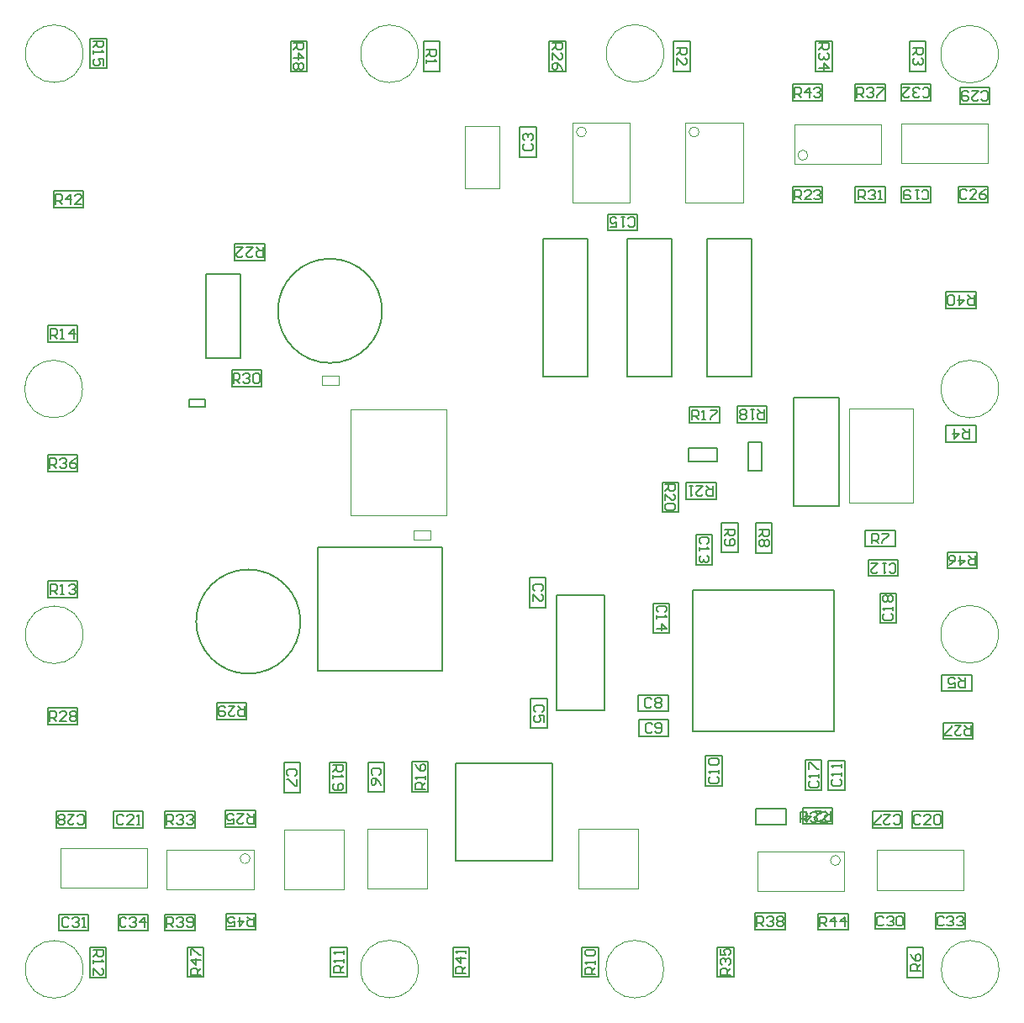
<source format=gbr>
G04*
G04 #@! TF.GenerationSoftware,Altium Limited,Altium Designer,25.5.2 (35)*
G04*
G04 Layer_Color=16711935*
%FSLAX25Y25*%
%MOIN*%
G70*
G04*
G04 #@! TF.SameCoordinates,5858FFA7-226C-4CE8-8668-B70CF27CC624*
G04*
G04*
G04 #@! TF.FilePolarity,Positive*
G04*
G01*
G75*
%ADD12C,0.00591*%
%ADD15C,0.00787*%
%ADD114C,0.00394*%
%ADD115C,0.00689*%
D12*
X112894Y153248D02*
G03*
X112894Y153248I-20669J0D01*
G01*
X145276Y276476D02*
G03*
X145276Y276476I-20669J0D01*
G01*
X311217Y73681D02*
Y77617D01*
X313184D01*
X313841Y76961D01*
Y75649D01*
X313184Y74993D01*
X311217D01*
X312529D02*
X313841Y73681D01*
X315152Y76961D02*
X315808Y77617D01*
X317120D01*
X317776Y76961D01*
Y76305D01*
X317120Y75649D01*
X316464D01*
X317120D01*
X317776Y74993D01*
Y74337D01*
X317120Y73681D01*
X315808D01*
X315152Y74337D01*
X321712Y73681D02*
X319088D01*
X321712Y76305D01*
Y76961D01*
X321056Y77617D01*
X319744D01*
X319088Y76961D01*
X94519Y36220D02*
Y32284D01*
X92551D01*
X91896Y32940D01*
Y34252D01*
X92551Y34908D01*
X94519D01*
X93207D02*
X91896Y36220D01*
X88616D02*
Y32284D01*
X90584Y34252D01*
X87960D01*
X84024Y32284D02*
X86648D01*
Y34252D01*
X85336Y33596D01*
X84680D01*
X84024Y34252D01*
Y35564D01*
X84680Y36220D01*
X85992D01*
X86648Y35564D01*
X130117Y14043D02*
X126182D01*
Y16011D01*
X126838Y16667D01*
X128150D01*
X128806Y16011D01*
Y14043D01*
Y15355D02*
X130117Y16667D01*
Y17979D02*
Y19291D01*
Y18635D01*
X126182D01*
X126838Y17979D01*
X130117Y21259D02*
Y22571D01*
Y21915D01*
X126182D01*
X126838Y21259D01*
X178543Y13715D02*
X174607D01*
Y15683D01*
X175263Y16339D01*
X176575D01*
X177231Y15683D01*
Y13715D01*
Y15027D02*
X178543Y16339D01*
Y19619D02*
X174607D01*
X176575Y17651D01*
Y20275D01*
X178543Y21587D02*
Y22899D01*
Y22243D01*
X174607D01*
X175263Y21587D01*
X73326Y13059D02*
X69390D01*
Y15027D01*
X70046Y15683D01*
X71358D01*
X72014Y15027D01*
Y13059D01*
Y14371D02*
X73326Y15683D01*
Y18963D02*
X69390D01*
X71358Y16995D01*
Y19619D01*
X69390Y20931D02*
Y23555D01*
X70046D01*
X72670Y20931D01*
X73326D01*
X283464Y13059D02*
X279528D01*
Y15027D01*
X280184Y15683D01*
X281496D01*
X282152Y15027D01*
Y13059D01*
Y14371D02*
X283464Y15683D01*
X280184Y16995D02*
X279528Y17651D01*
Y18963D01*
X280184Y19619D01*
X280840D01*
X281496Y18963D01*
Y18307D01*
Y18963D01*
X282152Y19619D01*
X282808D01*
X283464Y18963D01*
Y17651D01*
X282808Y16995D01*
X279528Y23555D02*
Y20931D01*
X281496D01*
X280840Y22243D01*
Y22899D01*
X281496Y23555D01*
X282808D01*
X283464Y22899D01*
Y21587D01*
X282808Y20931D01*
X30709Y23030D02*
X34645D01*
Y21062D01*
X33989Y20406D01*
X32677D01*
X32021Y21062D01*
Y23030D01*
Y21718D02*
X30709Y20406D01*
Y19094D02*
Y17782D01*
Y18438D01*
X34645D01*
X33989Y19094D01*
X30709Y13191D02*
Y15814D01*
X33333Y13191D01*
X33989D01*
X34645Y13847D01*
Y15158D01*
X33989Y15814D01*
X229822Y13387D02*
X225887D01*
Y15355D01*
X226542Y16011D01*
X227854D01*
X228510Y15355D01*
Y13387D01*
Y14699D02*
X229822Y16011D01*
Y17323D02*
Y18635D01*
Y17979D01*
X225887D01*
X226542Y17323D01*
Y20603D02*
X225887Y21259D01*
Y22571D01*
X226542Y23227D01*
X229166D01*
X229822Y22571D01*
Y21259D01*
X229166Y20603D01*
X226542D01*
X59910Y72835D02*
Y76771D01*
X61878D01*
X62534Y76115D01*
Y74803D01*
X61878Y74147D01*
X59910D01*
X61222D02*
X62534Y72835D01*
X63846Y76115D02*
X64502Y76771D01*
X65813D01*
X66469Y76115D01*
Y75459D01*
X65813Y74803D01*
X65158D01*
X65813D01*
X66469Y74147D01*
Y73491D01*
X65813Y72835D01*
X64502D01*
X63846Y73491D01*
X67781Y76115D02*
X68437Y76771D01*
X69749D01*
X70405Y76115D01*
Y75459D01*
X69749Y74803D01*
X69093D01*
X69749D01*
X70405Y74147D01*
Y73491D01*
X69749Y72835D01*
X68437D01*
X67781Y73491D01*
X59910Y31989D02*
Y35925D01*
X61878D01*
X62534Y35269D01*
Y33957D01*
X61878Y33301D01*
X59910D01*
X61222D02*
X62534Y31989D01*
X63846Y35269D02*
X64502Y35925D01*
X65813D01*
X66469Y35269D01*
Y34613D01*
X65813Y33957D01*
X65158D01*
X65813D01*
X66469Y33301D01*
Y32645D01*
X65813Y31989D01*
X64502D01*
X63846Y32645D01*
X67781D02*
X68437Y31989D01*
X69749D01*
X70405Y32645D01*
Y35269D01*
X69749Y35925D01*
X68437D01*
X67781Y35269D01*
Y34613D01*
X68437Y33957D01*
X70405D01*
X257579Y207807D02*
X261515D01*
Y205839D01*
X260859Y205183D01*
X259547D01*
X258891Y205839D01*
Y207807D01*
Y206495D02*
X257579Y205183D01*
Y201247D02*
Y203871D01*
X260203Y201247D01*
X260859D01*
X261515Y201903D01*
Y203215D01*
X260859Y203871D01*
Y199935D02*
X261515Y199279D01*
Y197967D01*
X260859Y197311D01*
X258235D01*
X257579Y197967D01*
Y199279D01*
X258235Y199935D01*
X260859D01*
X276344Y207086D02*
Y203150D01*
X274376D01*
X273720Y203806D01*
Y205118D01*
X274376Y205774D01*
X276344D01*
X275032D02*
X273720Y207086D01*
X269784D02*
X272408D01*
X269784Y204462D01*
Y203806D01*
X270440Y203150D01*
X271752D01*
X272408Y203806D01*
X268472Y207086D02*
X267160D01*
X267816D01*
Y203150D01*
X268472Y203806D01*
X296849Y237302D02*
Y233367D01*
X294881D01*
X294225Y234023D01*
Y235335D01*
X294881Y235991D01*
X296849D01*
X295537D02*
X294225Y237302D01*
X292913D02*
X291601D01*
X292257D01*
Y233367D01*
X292913Y234023D01*
X289633D02*
X288977Y233367D01*
X287665D01*
X287010Y234023D01*
Y234679D01*
X287665Y235335D01*
X287010Y235991D01*
Y236647D01*
X287665Y237302D01*
X288977D01*
X289633Y236647D01*
Y235991D01*
X288977Y235335D01*
X289633Y234679D01*
Y234023D01*
X288977Y235335D02*
X287665D01*
X333532Y361123D02*
Y365058D01*
X335500D01*
X336156Y364403D01*
Y363090D01*
X335500Y362435D01*
X333532D01*
X334844D02*
X336156Y361123D01*
X337468Y364403D02*
X338124Y365058D01*
X339436D01*
X340091Y364403D01*
Y363747D01*
X339436Y363090D01*
X338779D01*
X339436D01*
X340091Y362435D01*
Y361779D01*
X339436Y361123D01*
X338124D01*
X337468Y361779D01*
X341403Y365058D02*
X344027D01*
Y364403D01*
X341403Y361779D01*
Y361123D01*
X359612Y361779D02*
X360268Y361123D01*
X361580D01*
X362236Y361779D01*
Y364403D01*
X361580Y365058D01*
X360268D01*
X359612Y364403D01*
X358300Y361779D02*
X357644Y361123D01*
X356332D01*
X355676Y361779D01*
Y362435D01*
X356332Y363090D01*
X356988D01*
X356332D01*
X355676Y363747D01*
Y364403D01*
X356332Y365058D01*
X357644D01*
X358300Y364403D01*
X351741Y365058D02*
X354364D01*
X351741Y362435D01*
Y361779D01*
X352396Y361123D01*
X353708D01*
X354364Y361779D01*
X334188Y320571D02*
Y324507D01*
X336156D01*
X336812Y323851D01*
Y322539D01*
X336156Y321883D01*
X334188D01*
X335500D02*
X336812Y320571D01*
X338124Y323851D02*
X338779Y324507D01*
X340091D01*
X340747Y323851D01*
Y323195D01*
X340091Y322539D01*
X339436D01*
X340091D01*
X340747Y321883D01*
Y321228D01*
X340091Y320571D01*
X338779D01*
X338124Y321228D01*
X342059Y320571D02*
X343371D01*
X342715D01*
Y324507D01*
X342059Y323851D01*
X308729Y320571D02*
Y324507D01*
X310697D01*
X311353Y323851D01*
Y322539D01*
X310697Y321883D01*
X308729D01*
X310041D02*
X311353Y320571D01*
X315288D02*
X312665D01*
X315288Y323195D01*
Y323851D01*
X314632Y324507D01*
X313320D01*
X312665Y323851D01*
X316600D02*
X317256Y324507D01*
X318568D01*
X319224Y323851D01*
Y323195D01*
X318568Y322539D01*
X317912D01*
X318568D01*
X319224Y321883D01*
Y321228D01*
X318568Y320571D01*
X317256D01*
X316600Y321228D01*
X308729Y361123D02*
Y365058D01*
X310697D01*
X311353Y364403D01*
Y363090D01*
X310697Y362435D01*
X308729D01*
X310041D02*
X311353Y361123D01*
X314632D02*
Y365058D01*
X312665Y363090D01*
X315288D01*
X316600Y364403D02*
X317256Y365058D01*
X318568D01*
X319224Y364403D01*
Y363747D01*
X318568Y363090D01*
X317912D01*
X318568D01*
X319224Y362435D01*
Y361779D01*
X318568Y361123D01*
X317256D01*
X316600Y361779D01*
X339535Y184253D02*
Y188188D01*
X341503D01*
X342159Y187532D01*
Y186221D01*
X341503Y185564D01*
X339535D01*
X340847D02*
X342159Y184253D01*
X343471Y188188D02*
X346095D01*
Y187532D01*
X343471Y184909D01*
Y184253D01*
X323259Y78135D02*
Y74199D01*
X321292D01*
X320636Y74855D01*
Y76167D01*
X321292Y76823D01*
X323259D01*
X321948D02*
X320636Y78135D01*
X316700D02*
X319324D01*
X316700Y75511D01*
Y74855D01*
X317356Y74199D01*
X318668D01*
X319324Y74855D01*
X313420Y78135D02*
Y74199D01*
X315388Y76167D01*
X312764D01*
X268210Y233268D02*
Y237204D01*
X270178D01*
X270834Y236548D01*
Y235236D01*
X270178Y234580D01*
X268210D01*
X269522D02*
X270834Y233268D01*
X272146D02*
X273458D01*
X272802D01*
Y237204D01*
X272146Y236548D01*
X275426Y237204D02*
X278050D01*
Y236548D01*
X275426Y233924D01*
Y233268D01*
X201838Y342750D02*
X201182Y342094D01*
Y340782D01*
X201838Y340126D01*
X204462D01*
X205118Y340782D01*
Y342094D01*
X204462Y342750D01*
X201838Y344061D02*
X201182Y344717D01*
Y346029D01*
X201838Y346685D01*
X202494D01*
X203150Y346029D01*
Y345373D01*
Y346029D01*
X203806Y346685D01*
X204462D01*
X205118Y346029D01*
Y344717D01*
X204462Y344061D01*
X281201Y189894D02*
X285137D01*
Y187926D01*
X284481Y187270D01*
X283169D01*
X282513Y187926D01*
Y189894D01*
Y188582D02*
X281201Y187270D01*
X281857Y185958D02*
X281201Y185302D01*
Y183990D01*
X281857Y183334D01*
X284481D01*
X285137Y183990D01*
Y185302D01*
X284481Y185958D01*
X283825D01*
X283169Y185302D01*
Y183334D01*
X262107Y380642D02*
X266043D01*
Y378674D01*
X265387Y378018D01*
X264075D01*
X263419Y378674D01*
Y380642D01*
Y379330D02*
X262107Y378018D01*
Y374082D02*
Y376706D01*
X264731Y374082D01*
X265387D01*
X266043Y374738D01*
Y376050D01*
X265387Y376706D01*
X355709Y380642D02*
X359645D01*
Y378674D01*
X358989Y378018D01*
X357677D01*
X357021Y378674D01*
Y380642D01*
Y379330D02*
X355709Y378018D01*
X358989Y376706D02*
X359645Y376050D01*
Y374738D01*
X358989Y374082D01*
X358333D01*
X357677Y374738D01*
Y375394D01*
Y374738D01*
X357021Y374082D01*
X356365D01*
X355709Y374738D01*
Y376050D01*
X356365Y376706D01*
X378083Y229625D02*
Y225690D01*
X376115D01*
X375459Y226346D01*
Y227658D01*
X376115Y228313D01*
X378083D01*
X376771D02*
X375459Y229625D01*
X372179D02*
Y225690D01*
X374147Y227658D01*
X371523D01*
X43931Y35269D02*
X43275Y35925D01*
X41963D01*
X41308Y35269D01*
Y32645D01*
X41963Y31989D01*
X43275D01*
X43931Y32645D01*
X45243Y35269D02*
X45899Y35925D01*
X47211D01*
X47867Y35269D01*
Y34613D01*
X47211Y33957D01*
X46555D01*
X47211D01*
X47867Y33301D01*
Y32645D01*
X47211Y31989D01*
X45899D01*
X45243Y32645D01*
X51147Y31989D02*
Y35925D01*
X49179Y33957D01*
X51803D01*
X42717Y76115D02*
X42061Y76771D01*
X40749D01*
X40093Y76115D01*
Y73491D01*
X40749Y72835D01*
X42061D01*
X42717Y73491D01*
X46653Y72835D02*
X44029D01*
X46653Y75459D01*
Y76115D01*
X45997Y76771D01*
X44685D01*
X44029Y76115D01*
X47965Y72835D02*
X49277D01*
X48621D01*
Y76771D01*
X47965Y76115D01*
X24573Y73491D02*
X25229Y72835D01*
X26540D01*
X27196Y73491D01*
Y76115D01*
X26540Y76771D01*
X25229D01*
X24573Y76115D01*
X20637Y76771D02*
X23261D01*
X20637Y74147D01*
Y73491D01*
X21293Y72835D01*
X22605D01*
X23261Y73491D01*
X19325D02*
X18669Y72835D01*
X17357D01*
X16701Y73491D01*
Y74147D01*
X17357Y74803D01*
X16701Y75459D01*
Y76115D01*
X17357Y76771D01*
X18669D01*
X19325Y76115D01*
Y75459D01*
X18669Y74803D01*
X19325Y74147D01*
Y73491D01*
X18669Y74803D02*
X17357D01*
X21064Y35269D02*
X20408Y35925D01*
X19096D01*
X18440Y35269D01*
Y32645D01*
X19096Y31989D01*
X20408D01*
X21064Y32645D01*
X22376Y35269D02*
X23031Y35925D01*
X24343D01*
X24999Y35269D01*
Y34613D01*
X24343Y33957D01*
X23687D01*
X24343D01*
X24999Y33301D01*
Y32645D01*
X24343Y31989D01*
X23031D01*
X22376Y32645D01*
X26311Y31989D02*
X27623D01*
X26967D01*
Y35925D01*
X26311Y35269D01*
X13781Y164075D02*
Y168011D01*
X15749D01*
X16405Y167355D01*
Y166043D01*
X15749Y165387D01*
X13781D01*
X15093D02*
X16405Y164075D01*
X17717D02*
X19029D01*
X18373D01*
Y168011D01*
X17717Y167355D01*
X20997D02*
X21653Y168011D01*
X22964D01*
X23620Y167355D01*
Y166699D01*
X22964Y166043D01*
X22309D01*
X22964D01*
X23620Y165387D01*
Y164731D01*
X22964Y164075D01*
X21653D01*
X20997Y164731D01*
X13781Y265355D02*
Y269291D01*
X15749D01*
X16405Y268635D01*
Y267323D01*
X15749Y266667D01*
X13781D01*
X15093D02*
X16405Y265355D01*
X17717D02*
X19029D01*
X18373D01*
Y269291D01*
X17717Y268635D01*
X22964Y265355D02*
Y269291D01*
X20997Y267323D01*
X23620D01*
X30808Y383561D02*
X34743D01*
Y381593D01*
X34087Y380938D01*
X32776D01*
X32120Y381593D01*
Y383561D01*
Y382249D02*
X30808Y380938D01*
Y379626D02*
Y378314D01*
Y378970D01*
X34743D01*
X34087Y379626D01*
X34743Y373722D02*
Y376346D01*
X32776D01*
X33432Y375034D01*
Y374378D01*
X32776Y373722D01*
X31464D01*
X30808Y374378D01*
Y375690D01*
X31464Y376346D01*
X358661Y14830D02*
X354725D01*
Y16798D01*
X355381Y17454D01*
X356693D01*
X357349Y16798D01*
Y14830D01*
Y16142D02*
X358661Y17454D01*
X354725Y21390D02*
X355381Y20078D01*
X356693Y18766D01*
X358005D01*
X358661Y19422D01*
Y20734D01*
X358005Y21390D01*
X357349D01*
X356693Y20734D01*
Y18766D01*
X376410Y130905D02*
Y126969D01*
X374442D01*
X373786Y127625D01*
Y128937D01*
X374442Y129593D01*
X376410D01*
X375098D02*
X373786Y130905D01*
X369850Y126969D02*
X372474D01*
Y128937D01*
X371162Y128281D01*
X370506D01*
X369850Y128937D01*
Y130249D01*
X370506Y130905D01*
X371818D01*
X372474Y130249D01*
X348195Y73491D02*
X348851Y72835D01*
X350163D01*
X350818Y73491D01*
Y76115D01*
X350163Y76771D01*
X348851D01*
X348195Y76115D01*
X344259Y76771D02*
X346883D01*
X344259Y74147D01*
Y73491D01*
X344915Y72835D01*
X346227D01*
X346883Y73491D01*
X342947Y72835D02*
X340323D01*
Y73491D01*
X342947Y76115D01*
Y76771D01*
X367947Y35859D02*
X367291Y36515D01*
X365979D01*
X365323Y35859D01*
Y33235D01*
X365979Y32579D01*
X367291D01*
X367947Y33235D01*
X369259Y35859D02*
X369915Y36515D01*
X371227D01*
X371883Y35859D01*
Y35203D01*
X371227Y34547D01*
X370571D01*
X371227D01*
X371883Y33891D01*
Y33235D01*
X371227Y32579D01*
X369915D01*
X369259Y33235D01*
X373195Y35859D02*
X373851Y36515D01*
X375163D01*
X375818Y35859D01*
Y35203D01*
X375163Y34547D01*
X374507D01*
X375163D01*
X375818Y33891D01*
Y33235D01*
X375163Y32579D01*
X373851D01*
X373195Y33235D01*
X344030Y35859D02*
X343374Y36515D01*
X342062D01*
X341406Y35859D01*
Y33235D01*
X342062Y32579D01*
X343374D01*
X344030Y33235D01*
X345342Y35859D02*
X345998Y36515D01*
X347309D01*
X347966Y35859D01*
Y35203D01*
X347309Y34547D01*
X346654D01*
X347309D01*
X347966Y33891D01*
Y33235D01*
X347309Y32579D01*
X345998D01*
X345342Y33235D01*
X349277Y35859D02*
X349933Y36515D01*
X351245D01*
X351901Y35859D01*
Y33235D01*
X351245Y32579D01*
X349933D01*
X349277Y33235D01*
Y35859D01*
X358892Y76115D02*
X358236Y76771D01*
X356924D01*
X356268Y76115D01*
Y73491D01*
X356924Y72835D01*
X358236D01*
X358892Y73491D01*
X362828Y72835D02*
X360204D01*
X362828Y75459D01*
Y76115D01*
X362172Y76771D01*
X360860D01*
X360204Y76115D01*
X364140D02*
X364795Y76771D01*
X366108D01*
X366763Y76115D01*
Y73491D01*
X366108Y72835D01*
X364795D01*
X364140Y73491D01*
Y76115D01*
X275460Y91799D02*
X274804Y91143D01*
Y89831D01*
X275460Y89175D01*
X278084D01*
X278740Y89831D01*
Y91143D01*
X278084Y91799D01*
X278740Y93111D02*
Y94423D01*
Y93766D01*
X274804D01*
X275460Y93111D01*
Y96390D02*
X274804Y97046D01*
Y98358D01*
X275460Y99014D01*
X278084D01*
X278740Y98358D01*
Y97046D01*
X278084Y96390D01*
X275460D01*
X274245Y183989D02*
X274901Y184645D01*
Y185957D01*
X274245Y186613D01*
X271621D01*
X270965Y185957D01*
Y184645D01*
X271621Y183989D01*
X270965Y182677D02*
Y181365D01*
Y182021D01*
X274901D01*
X274245Y182677D01*
Y179397D02*
X274901Y178741D01*
Y177429D01*
X274245Y176773D01*
X273589D01*
X272933Y177429D01*
Y178085D01*
Y177429D01*
X272277Y176773D01*
X271621D01*
X270965Y177429D01*
Y178741D01*
X271621Y179397D01*
X315027Y90125D02*
X314371Y89469D01*
Y88158D01*
X315027Y87502D01*
X317651D01*
X318306Y88158D01*
Y89469D01*
X317651Y90125D01*
X318306Y91437D02*
Y92749D01*
Y92093D01*
X314371D01*
X315027Y91437D01*
X314371Y94717D02*
Y97341D01*
X315027D01*
X317651Y94717D01*
X318306D01*
X346292Y173196D02*
X346948Y172540D01*
X348260D01*
X348916Y173196D01*
Y175820D01*
X348260Y176476D01*
X346948D01*
X346292Y175820D01*
X344980Y176476D02*
X343668D01*
X344324D01*
Y172540D01*
X344980Y173196D01*
X339076Y176476D02*
X341700D01*
X339076Y173852D01*
Y173196D01*
X339732Y172540D01*
X341044D01*
X341700Y173196D01*
X324180Y90683D02*
X323524Y90027D01*
Y88715D01*
X324180Y88059D01*
X326804D01*
X327460Y88715D01*
Y90027D01*
X326804Y90683D01*
X327460Y91995D02*
Y93307D01*
Y92651D01*
X323524D01*
X324180Y91995D01*
X327460Y95275D02*
Y96587D01*
Y95931D01*
X323524D01*
X324180Y95275D01*
X344554Y156366D02*
X343898Y155710D01*
Y154398D01*
X344554Y153742D01*
X347178D01*
X347834Y154398D01*
Y155710D01*
X347178Y156366D01*
X347834Y157677D02*
Y158989D01*
Y158333D01*
X343898D01*
X344554Y157677D01*
Y160957D02*
X343898Y161613D01*
Y162925D01*
X344554Y163581D01*
X345210D01*
X345866Y162925D01*
X346522Y163581D01*
X347178D01*
X347834Y162925D01*
Y161613D01*
X347178Y160957D01*
X346522D01*
X345866Y161613D01*
X345210Y160957D01*
X344554D01*
X345866Y161613D02*
Y162925D01*
X294686Y189697D02*
X298621D01*
Y187729D01*
X297966Y187073D01*
X296654D01*
X295998Y187729D01*
Y189697D01*
Y188385D02*
X294686Y187073D01*
X297966Y185761D02*
X298621Y185105D01*
Y183793D01*
X297966Y183138D01*
X297309D01*
X296654Y183793D01*
X295998Y183138D01*
X295342D01*
X294686Y183793D01*
Y185105D01*
X295342Y185761D01*
X295998D01*
X296654Y185105D01*
X297309Y185761D01*
X297966D01*
X296654Y185105D02*
Y183793D01*
X257316Y156922D02*
X257972Y157578D01*
Y158890D01*
X257316Y159546D01*
X254692D01*
X254036Y158890D01*
Y157578D01*
X254692Y156922D01*
X254036Y155610D02*
Y154298D01*
Y154954D01*
X257972D01*
X257316Y155610D01*
X254036Y150362D02*
X257972D01*
X256004Y152330D01*
Y149706D01*
X252297Y112336D02*
X251641Y112991D01*
X250329D01*
X249673Y112336D01*
Y109712D01*
X250329Y109056D01*
X251641D01*
X252297Y109712D01*
X253609D02*
X254265Y109056D01*
X255577D01*
X256233Y109712D01*
Y112336D01*
X255577Y112991D01*
X254265D01*
X253609Y112336D01*
Y111680D01*
X254265Y111024D01*
X256233D01*
X252100Y122276D02*
X251444Y122932D01*
X250132D01*
X249476Y122276D01*
Y119653D01*
X250132Y118997D01*
X251444D01*
X252100Y119653D01*
X253412Y122276D02*
X254068Y122932D01*
X255380D01*
X256036Y122276D01*
Y121621D01*
X255380Y120965D01*
X256036Y120309D01*
Y119653D01*
X255380Y118997D01*
X254068D01*
X253412Y119653D01*
Y120309D01*
X254068Y120965D01*
X253412Y121621D01*
Y122276D01*
X254068Y120965D02*
X255380D01*
X318505Y382610D02*
X322440D01*
Y380642D01*
X321784Y379986D01*
X320472D01*
X319816Y380642D01*
Y382610D01*
Y381298D02*
X318505Y379986D01*
X321784Y378674D02*
X322440Y378018D01*
Y376706D01*
X321784Y376050D01*
X321128D01*
X320472Y376706D01*
Y377362D01*
Y376706D01*
X319816Y376050D01*
X319161D01*
X318505Y376706D01*
Y378018D01*
X319161Y378674D01*
X318505Y372771D02*
X322440D01*
X320472Y374738D01*
Y372114D01*
X13453Y113780D02*
Y117716D01*
X15421D01*
X16077Y117060D01*
Y115748D01*
X15421Y115092D01*
X13453D01*
X14765D02*
X16077Y113780D01*
X20013D02*
X17389D01*
X20013Y116404D01*
Y117060D01*
X19357Y117716D01*
X18045D01*
X17389Y117060D01*
X21325D02*
X21981Y117716D01*
X23292D01*
X23948Y117060D01*
Y116404D01*
X23292Y115748D01*
X23948Y115092D01*
Y114436D01*
X23292Y113780D01*
X21981D01*
X21325Y114436D01*
Y115092D01*
X21981Y115748D01*
X21325Y116404D01*
Y117060D01*
X21981Y115748D02*
X23292D01*
X212796Y382610D02*
X216732D01*
Y380642D01*
X216076Y379986D01*
X214764D01*
X214108Y380642D01*
Y382610D01*
Y381298D02*
X212796Y379986D01*
Y376050D02*
Y378674D01*
X215420Y376050D01*
X216076D01*
X216732Y376706D01*
Y378018D01*
X216076Y378674D01*
X216732Y372114D02*
X216076Y373426D01*
X214764Y374738D01*
X213452D01*
X212796Y374082D01*
Y372771D01*
X213452Y372114D01*
X214108D01*
X214764Y372771D01*
Y374738D01*
X110237Y382610D02*
X114173D01*
Y380642D01*
X113517Y379986D01*
X112205D01*
X111549Y380642D01*
Y382610D01*
Y381298D02*
X110237Y379986D01*
Y376706D02*
X114173D01*
X112205Y378674D01*
Y376050D01*
X113517Y374738D02*
X114173Y374082D01*
Y372771D01*
X113517Y372114D01*
X112861D01*
X112205Y372771D01*
X111549Y372114D01*
X110893D01*
X110237Y372771D01*
Y374082D01*
X110893Y374738D01*
X111549D01*
X112205Y374082D01*
X112861Y374738D01*
X113517D01*
X112205Y374082D02*
Y372771D01*
X380445Y179527D02*
Y175591D01*
X378477D01*
X377821Y176247D01*
Y177559D01*
X378477Y178215D01*
X380445D01*
X379133D02*
X377821Y179527D01*
X374541D02*
Y175591D01*
X376509Y177559D01*
X373885D01*
X369949Y175591D02*
X371261Y176247D01*
X372573Y177559D01*
Y178871D01*
X371917Y179527D01*
X370605D01*
X369949Y178871D01*
Y178215D01*
X370605Y177559D01*
X372573D01*
X98063Y301771D02*
Y297835D01*
X96095D01*
X95439Y298491D01*
Y299803D01*
X96095Y300459D01*
X98063D01*
X96751D02*
X95439Y301771D01*
X91503D02*
X94127D01*
X91503Y299147D01*
Y298491D01*
X92159Y297835D01*
X93471D01*
X94127Y298491D01*
X87567Y301771D02*
X90191D01*
X87567Y299147D01*
Y298491D01*
X88223Y297835D01*
X89535D01*
X90191Y298491D01*
X86288Y247737D02*
Y251673D01*
X88256D01*
X88912Y251017D01*
Y249705D01*
X88256Y249049D01*
X86288D01*
X87600D02*
X88912Y247737D01*
X90223Y251017D02*
X90879Y251673D01*
X92191D01*
X92847Y251017D01*
Y250361D01*
X92191Y249705D01*
X91535D01*
X92191D01*
X92847Y249049D01*
Y248393D01*
X92191Y247737D01*
X90879D01*
X90223Y248393D01*
X94159Y251017D02*
X94815Y251673D01*
X96127D01*
X96783Y251017D01*
Y248393D01*
X96127Y247737D01*
X94815D01*
X94159Y248393D01*
Y251017D01*
X162894Y379986D02*
X166830D01*
Y378018D01*
X166174Y377362D01*
X164862D01*
X164206Y378018D01*
Y379986D01*
Y378674D02*
X162894Y377362D01*
Y376050D02*
Y374738D01*
Y375394D01*
X166830D01*
X166174Y376050D01*
X208300Y165420D02*
X208956Y166076D01*
Y167388D01*
X208300Y168044D01*
X205676D01*
X205020Y167388D01*
Y166076D01*
X205676Y165420D01*
X205020Y161484D02*
Y164108D01*
X207644Y161484D01*
X208300D01*
X208956Y162140D01*
Y163452D01*
X208300Y164108D01*
X208792Y117487D02*
X209448Y118143D01*
Y119455D01*
X208792Y120110D01*
X206168D01*
X205512Y119455D01*
Y118143D01*
X206168Y117487D01*
X209448Y113551D02*
Y116175D01*
X207480D01*
X208136Y114863D01*
Y114207D01*
X207480Y113551D01*
X206168D01*
X205512Y114207D01*
Y115519D01*
X206168Y116175D01*
X162302Y86813D02*
X158367D01*
Y88780D01*
X159023Y89436D01*
X160335D01*
X160991Y88780D01*
Y86813D01*
Y88125D02*
X162302Y89436D01*
Y90748D02*
Y92060D01*
Y91404D01*
X158367D01*
X159023Y90748D01*
X158367Y96652D02*
X159023Y95340D01*
X160335Y94028D01*
X161647D01*
X162302Y94684D01*
Y95996D01*
X161647Y96652D01*
X160991D01*
X160335Y95996D01*
Y94028D01*
X144225Y92290D02*
X144881Y92946D01*
Y94258D01*
X144225Y94914D01*
X141602D01*
X140945Y94258D01*
Y92946D01*
X141602Y92290D01*
X144881Y88354D02*
X144225Y89666D01*
X142913Y90978D01*
X141602D01*
X140945Y90322D01*
Y89010D01*
X141602Y88354D01*
X142257D01*
X142913Y89010D01*
Y90978D01*
X110859Y91995D02*
X111515Y92651D01*
Y93962D01*
X110859Y94618D01*
X108235D01*
X107579Y93962D01*
Y92651D01*
X108235Y91995D01*
X111515Y90683D02*
Y88059D01*
X110859D01*
X108235Y90683D01*
X107579D01*
X125788Y96258D02*
X129724D01*
Y94290D01*
X129068Y93634D01*
X127756D01*
X127100Y94290D01*
Y96258D01*
Y94946D02*
X125788Y93634D01*
Y92322D02*
Y91011D01*
Y91667D01*
X129724D01*
X129068Y92322D01*
X126444Y89043D02*
X125788Y88387D01*
Y87075D01*
X126444Y86419D01*
X129068D01*
X129724Y87075D01*
Y88387D01*
X129068Y89043D01*
X128412D01*
X127756Y88387D01*
Y86419D01*
X242847Y310302D02*
X243503Y309646D01*
X244815D01*
X245471Y310302D01*
Y312926D01*
X244815Y313582D01*
X243503D01*
X242847Y312926D01*
X241535Y313582D02*
X240223D01*
X240879D01*
Y309646D01*
X241535Y310302D01*
X235631Y309646D02*
X238255D01*
Y311614D01*
X236943Y310958D01*
X236287D01*
X235631Y311614D01*
Y312926D01*
X236287Y313582D01*
X237599D01*
X238255Y312926D01*
X94323Y76968D02*
Y73032D01*
X92355D01*
X91699Y73688D01*
Y75000D01*
X92355Y75656D01*
X94323D01*
X93011D02*
X91699Y76968D01*
X87763D02*
X90387D01*
X87763Y74344D01*
Y73688D01*
X88419Y73032D01*
X89731D01*
X90387Y73688D01*
X83827Y73032D02*
X86451D01*
Y75000D01*
X85139Y74344D01*
X84483D01*
X83827Y75000D01*
Y76312D01*
X84483Y76968D01*
X85795D01*
X86451Y76312D01*
X378870Y111909D02*
Y107973D01*
X376902D01*
X376246Y108629D01*
Y109941D01*
X376902Y110597D01*
X378870D01*
X377558D02*
X376246Y111909D01*
X372310D02*
X374934D01*
X372310Y109285D01*
Y108629D01*
X372966Y107973D01*
X374278D01*
X374934Y108629D01*
X370998Y107973D02*
X368374D01*
Y108629D01*
X370998Y111253D01*
Y111909D01*
X359284Y321228D02*
X359940Y320571D01*
X361252D01*
X361908Y321228D01*
Y323851D01*
X361252Y324507D01*
X359940D01*
X359284Y323851D01*
X357972Y324507D02*
X356660D01*
X357316D01*
Y320571D01*
X357972Y321228D01*
X354692Y323851D02*
X354036Y324507D01*
X352725D01*
X352068Y323851D01*
Y321228D01*
X352725Y320571D01*
X354036D01*
X354692Y321228D01*
Y321883D01*
X354036Y322539D01*
X352068D01*
X90877Y119783D02*
Y115847D01*
X88910D01*
X88254Y116503D01*
Y117815D01*
X88910Y118471D01*
X90877D01*
X89566D02*
X88254Y119783D01*
X84318D02*
X86942D01*
X84318Y117159D01*
Y116503D01*
X84974Y115847D01*
X86286D01*
X86942Y116503D01*
X83006Y119127D02*
X82350Y119783D01*
X81038D01*
X80382Y119127D01*
Y116503D01*
X81038Y115847D01*
X82350D01*
X83006Y116503D01*
Y117159D01*
X82350Y117815D01*
X80382D01*
X13453Y214174D02*
Y218110D01*
X15421D01*
X16077Y217454D01*
Y216142D01*
X15421Y215486D01*
X13453D01*
X14765D02*
X16077Y214174D01*
X17389Y217454D02*
X18045Y218110D01*
X19357D01*
X20013Y217454D01*
Y216798D01*
X19357Y216142D01*
X18701D01*
X19357D01*
X20013Y215486D01*
Y214830D01*
X19357Y214174D01*
X18045D01*
X17389Y214830D01*
X23948Y218110D02*
X22637Y217454D01*
X21325Y216142D01*
Y214830D01*
X21981Y214174D01*
X23292D01*
X23948Y214830D01*
Y215486D01*
X23292Y216142D01*
X21325D01*
X377002Y323950D02*
X376346Y324606D01*
X375034D01*
X374378Y323950D01*
Y321326D01*
X375034Y320670D01*
X376346D01*
X377002Y321326D01*
X380938Y320670D02*
X378314D01*
X380938Y323294D01*
Y323950D01*
X380282Y324606D01*
X378970D01*
X378314Y323950D01*
X384874Y324606D02*
X383562Y323950D01*
X382250Y322638D01*
Y321326D01*
X382906Y320670D01*
X384218D01*
X384874Y321326D01*
Y321982D01*
X384218Y322638D01*
X382250D01*
X293866Y32383D02*
Y36318D01*
X295834D01*
X296490Y35662D01*
Y34350D01*
X295834Y33694D01*
X293866D01*
X295178D02*
X296490Y32383D01*
X297802Y35662D02*
X298458Y36318D01*
X299770D01*
X300426Y35662D01*
Y35006D01*
X299770Y34350D01*
X299114D01*
X299770D01*
X300426Y33694D01*
Y33038D01*
X299770Y32383D01*
X298458D01*
X297802Y33038D01*
X301738Y35662D02*
X302394Y36318D01*
X303706D01*
X304362Y35662D01*
Y35006D01*
X303706Y34350D01*
X304362Y33694D01*
Y33038D01*
X303706Y32383D01*
X302394D01*
X301738Y33038D01*
Y33694D01*
X302394Y34350D01*
X301738Y35006D01*
Y35662D01*
X302394Y34350D02*
X303706D01*
X15717Y318800D02*
Y322736D01*
X17685D01*
X18341Y322080D01*
Y320768D01*
X17685Y320112D01*
X15717D01*
X17029D02*
X18341Y318800D01*
X21621D02*
Y322736D01*
X19653Y320768D01*
X22276D01*
X26212Y318800D02*
X23588D01*
X26212Y321424D01*
Y322080D01*
X25556Y322736D01*
X24244D01*
X23588Y322080D01*
X380051Y282775D02*
Y278839D01*
X378083D01*
X377427Y279495D01*
Y280807D01*
X378083Y281463D01*
X380051D01*
X378739D02*
X377427Y282775D01*
X374147D02*
Y278839D01*
X376115Y280807D01*
X373491D01*
X372179Y279495D02*
X371523Y278839D01*
X370211D01*
X369555Y279495D01*
Y282119D01*
X370211Y282775D01*
X371523D01*
X372179Y282119D01*
Y279495D01*
X382939Y360401D02*
X383595Y359745D01*
X384907D01*
X385563Y360401D01*
Y363024D01*
X384907Y363681D01*
X383595D01*
X382939Y363024D01*
X379003Y363681D02*
X381627D01*
X379003Y361057D01*
Y360401D01*
X379659Y359745D01*
X380971D01*
X381627Y360401D01*
X377691Y363024D02*
X377035Y363681D01*
X375723D01*
X375067Y363024D01*
Y360401D01*
X375723Y359745D01*
X377035D01*
X377691Y360401D01*
Y361057D01*
X377035Y361713D01*
X375067D01*
X318866Y32284D02*
Y36220D01*
X320834D01*
X321490Y35564D01*
Y34252D01*
X320834Y33596D01*
X318866D01*
X320178D02*
X321490Y32284D01*
X324770D02*
Y36220D01*
X322802Y34252D01*
X325426D01*
X328706Y32284D02*
Y36220D01*
X326738Y34252D01*
X329362D01*
D15*
X214370Y118209D02*
Y163681D01*
X233465D01*
Y118209D02*
Y163681D01*
X214370Y118209D02*
X233465D01*
X268504Y165748D02*
X324409D01*
Y109843D02*
Y165748D01*
X268504Y109843D02*
X324409D01*
X268504D02*
Y165748D01*
X209154Y250394D02*
Y305118D01*
X226870D01*
Y250394D02*
Y305118D01*
X209154Y250394D02*
X226870D01*
X274213D02*
Y305118D01*
X291929D01*
Y250394D02*
Y305118D01*
X274213Y250394D02*
X291929D01*
X242421D02*
Y305118D01*
X260138D01*
Y250394D02*
Y305118D01*
X242421Y250394D02*
X260138D01*
X308583Y242087D02*
X326496D01*
Y199173D02*
Y242087D01*
X308583Y199173D02*
X326496D01*
X308583D02*
Y242087D01*
X68701Y238287D02*
X75000D01*
X68701D02*
Y241437D01*
X75000D01*
Y238287D02*
Y241437D01*
X89075Y257579D02*
Y291043D01*
X75295Y257579D02*
X89075D01*
X75295D02*
Y291043D01*
X89075D01*
X119783Y133661D02*
Y182874D01*
Y133661D02*
X168996D01*
Y182874D01*
X119783D02*
X168996D01*
X290551Y213080D02*
Y224498D01*
Y213080D02*
X295669D01*
Y224498D01*
X290551D02*
X295669D01*
X266732Y216833D02*
X278150D01*
Y221951D01*
X266732D02*
X278150D01*
X266732Y216833D02*
Y221951D01*
X174350Y58406D02*
Y96909D01*
Y58406D02*
X212854D01*
Y96909D01*
X174350D02*
X212854D01*
D114*
X226279Y347441D02*
G03*
X226279Y347441I-1969J0D01*
G01*
X270965D02*
G03*
X270965Y347441I-1969J0D01*
G01*
X314075Y338189D02*
G03*
X314075Y338189I-1969J0D01*
G01*
X326969Y58563D02*
G03*
X326969Y58563I-1969J0D01*
G01*
X92913Y59252D02*
G03*
X92913Y59252I-1969J0D01*
G01*
X389862Y15354D02*
G03*
X389862Y15354I-11417J0D01*
G01*
X389665Y148228D02*
G03*
X389665Y148228I-11417J0D01*
G01*
X389764Y245472D02*
G03*
X389764Y245472I-11417J0D01*
G01*
X159639Y15467D02*
G03*
X159639Y15467I-11417J0D01*
G01*
X256883Y15438D02*
G03*
X256883Y15438I-11417J0D01*
G01*
X26681Y15347D02*
G03*
X26681Y15347I-11417J0D01*
G01*
X389665Y378248D02*
G03*
X389665Y378248I-11417J0D01*
G01*
X256981Y378558D02*
G03*
X256981Y378558I-11417J0D01*
G01*
X159639Y378430D02*
G03*
X159639Y378430I-11417J0D01*
G01*
X26673Y378445D02*
G03*
X26673Y378445I-11417J0D01*
G01*
X26476Y245472D02*
G03*
X26476Y245472I-11417J0D01*
G01*
X26673Y148031D02*
G03*
X26673Y148031I-11417J0D01*
G01*
X178150Y325000D02*
Y349803D01*
X191929Y325000D02*
Y349803D01*
X178150Y325000D02*
X191929D01*
X178150Y349803D02*
X191929D01*
X220768Y319488D02*
X243602D01*
X220768Y350984D02*
X243602D01*
Y319488D02*
Y350984D01*
X220768Y319488D02*
Y350984D01*
X265453Y319488D02*
Y350984D01*
X288287Y319488D02*
Y350984D01*
X265453D02*
X288287D01*
X265453Y319488D02*
X288287D01*
X375787Y46850D02*
Y62598D01*
X341339D02*
X375787D01*
X341339Y46850D02*
Y62598D01*
Y46850D02*
X375787D01*
X343110Y334646D02*
Y350394D01*
X308661Y334646D02*
Y350394D01*
X343110D01*
X308661Y334646D02*
X343110D01*
X293996Y46358D02*
Y62106D01*
X328445Y46358D02*
Y62106D01*
X293996Y46358D02*
X328445D01*
X293996Y62106D02*
X328445D01*
X59941Y62795D02*
X94390D01*
X59941Y47047D02*
X94390D01*
Y62795D01*
X59941Y47047D02*
Y62795D01*
X132874Y195374D02*
X170866D01*
X132874Y237303D02*
X170866D01*
Y195374D02*
Y237303D01*
X132874Y195374D02*
Y237303D01*
X157677Y189370D02*
X164567D01*
X157677Y185630D02*
X164567D01*
X157677D02*
Y189370D01*
X164567Y185630D02*
Y189370D01*
X121358Y250886D02*
X128248D01*
X121358Y247146D02*
X128248D01*
X121358D02*
Y250886D01*
X128248Y247146D02*
Y250886D01*
X139567Y47343D02*
X163189D01*
X139567Y70965D02*
X163189D01*
Y47343D02*
Y70965D01*
X139567Y47343D02*
Y70965D01*
X106496Y70571D02*
X130118D01*
X106496Y46949D02*
X130118D01*
X106496D02*
Y70571D01*
X130118Y46949D02*
Y70571D01*
X330512Y200335D02*
Y237854D01*
Y200335D02*
X355709D01*
X330512Y237854D02*
X355709D01*
Y200335D02*
Y237854D01*
X17717Y47736D02*
X52165D01*
X17717D02*
Y63484D01*
X52165D01*
Y47736D02*
Y63484D01*
X351083Y350689D02*
X385532D01*
Y334941D02*
Y350689D01*
X351083Y334941D02*
X385532D01*
X351083D02*
Y350689D01*
X223228Y71161D02*
X246850D01*
X223228Y47539D02*
X246850D01*
X223228D02*
Y71161D01*
X246850Y47539D02*
Y71161D01*
D115*
X293504Y72729D02*
Y79225D01*
X305315D01*
Y72729D02*
Y79225D01*
X293504Y72729D02*
X305315D01*
X83366Y37500D02*
X95177D01*
X83366Y31004D02*
Y37500D01*
Y31004D02*
X95177D01*
Y37500D01*
X124902Y12402D02*
X131398D01*
X124902D02*
Y24213D01*
X131398D01*
Y12402D02*
Y24213D01*
X179823Y12402D02*
Y24213D01*
X173327D02*
X179823D01*
X173327Y12402D02*
Y24213D01*
Y12402D02*
X179823D01*
X74606D02*
Y24213D01*
X68110D02*
X74606D01*
X68110Y12402D02*
Y24213D01*
Y12402D02*
X74606D01*
X284744D02*
Y24213D01*
X278248D02*
X284744D01*
X278248Y12402D02*
Y24213D01*
Y12402D02*
X284744D01*
X29429Y12205D02*
Y24016D01*
Y12205D02*
X35925D01*
Y24016D01*
X29429D02*
X35925D01*
X224606Y12402D02*
X231102D01*
X224606D02*
Y24213D01*
X231102D01*
Y12402D02*
Y24213D01*
X59252Y71555D02*
X71063D01*
Y78051D01*
X59252D02*
X71063D01*
X59252Y71555D02*
Y78051D01*
Y30709D02*
X71063D01*
Y37205D01*
X59252D02*
X71063D01*
X59252Y30709D02*
Y37205D01*
X256299Y196654D02*
Y208465D01*
Y196654D02*
X262795D01*
Y208465D01*
X256299D02*
X262795D01*
X265846Y208366D02*
X277657D01*
X265846Y201870D02*
Y208366D01*
Y201870D02*
X277657D01*
Y208366D01*
X286024Y238583D02*
X297835D01*
X286024Y232087D02*
Y238583D01*
Y232087D02*
X297835D01*
Y238583D01*
X332874Y359843D02*
X344685D01*
Y366339D01*
X332874D02*
X344685D01*
X332874Y359843D02*
Y366339D01*
X362894Y359843D02*
Y366339D01*
X351083Y359843D02*
X362894D01*
X351083D02*
Y366339D01*
X362894D01*
X332874Y319291D02*
X344685D01*
Y325787D01*
X332874D02*
X344685D01*
X332874Y319291D02*
Y325787D01*
X308071Y319291D02*
X319882D01*
Y325787D01*
X308071D02*
X319882D01*
X308071Y319291D02*
Y325787D01*
Y359843D02*
X319882D01*
Y366339D01*
X308071D02*
X319882D01*
X308071Y359843D02*
Y366339D01*
X336909Y182972D02*
X348720D01*
Y189469D01*
X336909D02*
X348720D01*
X336909Y182972D02*
Y189469D01*
X312106Y79415D02*
X323917D01*
X312106Y72919D02*
Y79415D01*
Y72919D02*
X323917D01*
Y79415D01*
X267224Y231988D02*
X279035D01*
Y238484D01*
X267224D02*
X279035D01*
X267224Y231988D02*
Y238484D01*
X199902Y337500D02*
X206398D01*
X199902D02*
Y349311D01*
X206398D01*
Y337500D02*
Y349311D01*
X279921Y180709D02*
Y192520D01*
Y180709D02*
X286417D01*
Y192520D01*
X279921D02*
X286417D01*
X260827Y371457D02*
Y383268D01*
Y371457D02*
X267323D01*
Y383268D01*
X260827D02*
X267323D01*
X354429Y371457D02*
Y383268D01*
Y371457D02*
X360925D01*
Y383268D01*
X354429D02*
X360925D01*
X368898Y230906D02*
X380709D01*
X368898Y224409D02*
Y230906D01*
Y224409D02*
X380709D01*
Y230906D01*
X40650Y30709D02*
Y37205D01*
X52461D01*
Y30709D02*
Y37205D01*
X40650Y30709D02*
X52461D01*
X38780Y71555D02*
Y78051D01*
X50591D01*
Y71555D02*
Y78051D01*
X38780Y71555D02*
X50591D01*
X27854D02*
Y78051D01*
X16043Y71555D02*
X27854D01*
X16043D02*
Y78051D01*
X27854D01*
X17126Y30709D02*
Y37205D01*
X28937D01*
Y30709D02*
Y37205D01*
X17126Y30709D02*
X28937D01*
X12795Y162795D02*
X24606D01*
Y169291D01*
X12795D02*
X24606D01*
X12795Y162795D02*
Y169291D01*
Y264075D02*
X24606D01*
Y270571D01*
X12795D02*
X24606D01*
X12795Y264075D02*
Y270571D01*
X29528Y372736D02*
Y384547D01*
Y372736D02*
X36024D01*
Y384547D01*
X29528D02*
X36024D01*
X359941Y12205D02*
Y24016D01*
X353445D02*
X359941D01*
X353445Y12205D02*
Y24016D01*
Y12205D02*
X359941D01*
X367224Y132185D02*
X379035D01*
X367224Y125689D02*
Y132185D01*
Y125689D02*
X379035D01*
Y132185D01*
X351476Y71555D02*
Y78051D01*
X339665Y71555D02*
X351476D01*
X339665D02*
Y78051D01*
X351476D01*
X364665Y31299D02*
Y37795D01*
X376476D01*
Y31299D02*
Y37795D01*
X364665Y31299D02*
X376476D01*
X340748D02*
Y37795D01*
X352559D01*
Y31299D02*
Y37795D01*
X340748Y31299D02*
X352559D01*
X355610Y71555D02*
Y78051D01*
X367421D01*
Y71555D02*
Y78051D01*
X355610Y71555D02*
X367421D01*
X273524Y88189D02*
X280020D01*
X273524D02*
Y100000D01*
X280020D01*
Y88189D02*
Y100000D01*
X269685Y187598D02*
X276181D01*
Y175787D02*
Y187598D01*
X269685Y175787D02*
X276181D01*
X269685D02*
Y187598D01*
X313091Y86516D02*
X319587D01*
X313091D02*
Y98327D01*
X319587D01*
Y86516D02*
Y98327D01*
X349902Y171260D02*
Y177756D01*
X338091Y171260D02*
X349902D01*
X338091D02*
Y177756D01*
X349902D01*
X322244Y86417D02*
X328740D01*
X322244D02*
Y98228D01*
X328740D01*
Y86417D02*
Y98228D01*
X342618Y152756D02*
X349114D01*
X342618D02*
Y164567D01*
X349114D01*
Y152756D02*
Y164567D01*
X293406Y180512D02*
Y192323D01*
Y180512D02*
X299902D01*
Y192323D01*
X293406D02*
X299902D01*
X252756Y160531D02*
X259252D01*
Y148720D02*
Y160531D01*
X252756Y148720D02*
X259252D01*
X252756D02*
Y160531D01*
X247047Y107776D02*
Y114272D01*
X258858D01*
Y107776D02*
Y114272D01*
X247047Y107776D02*
X258858D01*
X246850Y117717D02*
Y124213D01*
X258661D01*
Y117717D02*
Y124213D01*
X246850Y117717D02*
X258661D01*
X317224Y371457D02*
Y383268D01*
Y371457D02*
X323720D01*
Y383268D01*
X317224D02*
X323720D01*
X12795Y112500D02*
Y118996D01*
X24606D01*
Y112500D02*
Y118996D01*
X12795Y112500D02*
X24606D01*
X211516Y383268D02*
X218012D01*
Y371457D02*
Y383268D01*
X211516Y371457D02*
X218012D01*
X211516D02*
Y383268D01*
X108957D02*
X115453D01*
Y371457D02*
Y383268D01*
X108957Y371457D02*
X115453D01*
X108957D02*
Y383268D01*
X381102Y174311D02*
Y180807D01*
X369291Y174311D02*
X381102D01*
X369291D02*
Y180807D01*
X381102D01*
X98720Y296555D02*
Y303051D01*
X86909Y296555D02*
X98720D01*
X86909D02*
Y303051D01*
X98720D01*
X85630Y246457D02*
Y252953D01*
X97441D01*
Y246457D02*
Y252953D01*
X85630Y246457D02*
X97441D01*
X161614Y383268D02*
X168110D01*
Y371457D02*
Y383268D01*
X161614Y371457D02*
X168110D01*
X161614D02*
Y383268D01*
X203740Y158858D02*
Y170669D01*
Y158858D02*
X210236D01*
Y170669D01*
X203740D02*
X210236D01*
X204232Y110925D02*
Y122736D01*
Y110925D02*
X210728D01*
Y122736D01*
X204232D02*
X210728D01*
X157087Y85827D02*
X163583D01*
X157087D02*
Y97638D01*
X163583D01*
Y85827D02*
Y97638D01*
X139665Y85728D02*
Y97539D01*
Y85728D02*
X146161D01*
Y97539D01*
X139665D02*
X146161D01*
X106299Y85433D02*
Y97244D01*
Y85433D02*
X112795D01*
Y97244D01*
X106299D02*
X112795D01*
X124508D02*
X131004D01*
Y85433D02*
Y97244D01*
X124508Y85433D02*
X131004D01*
X124508D02*
Y97244D01*
X234646Y314862D02*
X246457D01*
X234646Y308366D02*
Y314862D01*
Y308366D02*
X246457D01*
Y314862D01*
X94980Y71752D02*
Y78248D01*
X83169Y71752D02*
X94980D01*
X83169D02*
Y78248D01*
X94980D01*
X379528Y106693D02*
Y113189D01*
X367717Y106693D02*
X379528D01*
X367717D02*
Y113189D01*
X379528D01*
X351083Y325787D02*
X362894D01*
X351083Y319291D02*
Y325787D01*
Y319291D02*
X362894D01*
Y325787D01*
X91535Y114567D02*
Y121063D01*
X79724Y114567D02*
X91535D01*
X79724D02*
Y121063D01*
X91535D01*
X12795Y212894D02*
Y219390D01*
X24606D01*
Y212894D02*
Y219390D01*
X12795Y212894D02*
X24606D01*
X373720Y319390D02*
X385531D01*
Y325886D01*
X373720D02*
X385531D01*
X373720Y319390D02*
Y325886D01*
X293209Y31102D02*
Y37598D01*
X305020D01*
Y31102D02*
Y37598D01*
X293209Y31102D02*
X305020D01*
X15059Y317520D02*
Y324016D01*
X26870D01*
Y317520D02*
Y324016D01*
X15059Y317520D02*
X26870D01*
X380709Y277559D02*
Y284055D01*
X368898Y277559D02*
X380709D01*
X368898D02*
Y284055D01*
X380709D01*
X374409Y364961D02*
X386220D01*
X374409Y358465D02*
Y364961D01*
Y358465D02*
X386220D01*
Y364961D01*
X318209Y31004D02*
Y37500D01*
X330020D01*
Y31004D02*
Y37500D01*
X318209Y31004D02*
X330020D01*
M02*

</source>
